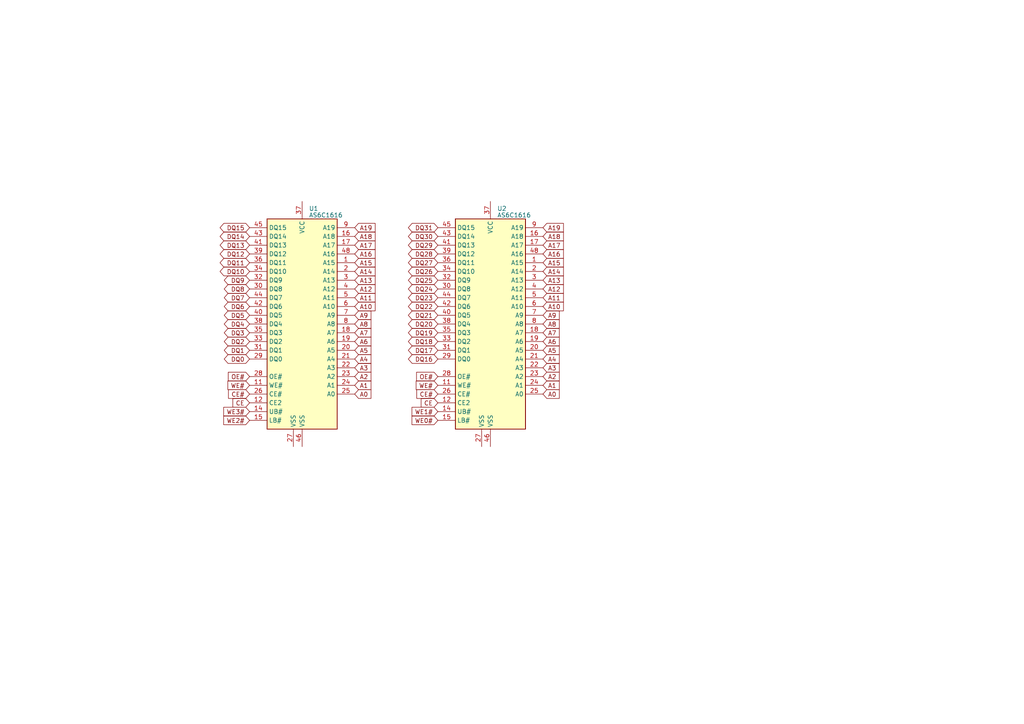
<source format=kicad_sch>
(kicad_sch (version 20230121) (generator eeschema)
  (paper "A4")
  (lib_symbols
    (symbol "Memory_RAM:AS6C1616"
      (property "Reference" "U" (at -8.89 31.75 0))
      (property "Value" "AS6C1616" (at 6.35 -31.75 0))
      (symbol "AS6C1616_0_1"
        (rectangle (start -10.16 30.48) (end 10.16 -30.48) (stroke (width 0.254)) (fill (type background)))
      )
      (symbol "AS6C1616_1_1"
        (pin input line (at 15.24 17.78 180) (length 5.08) (name "A15") (number "1"))
        (pin no_connect line (at 10.16 -22.86 180) (length 0) hide (name "NC") (number "10"))
        (pin input line (at -15.24 -17.78 0) (length 5.08) (name "WE#") (number "11"))
        (pin input line (at -15.24 -22.86 0) (length 5.08) (name "CE2") (number "12"))
        (pin no_connect line (at 10.16 -25.4 180) (length 0) hide (name "NC") (number "13"))
        (pin input line (at -15.24 -25.4 0) (length 5.08) (name "UB#") (number "14"))
        (pin input line (at -15.24 -27.94 0) (length 5.08) (name "LB#") (number "15"))
        (pin input line (at 15.24 25.4 180) (length 5.08) (name "A18") (number "16"))
        (pin input line (at 15.24 22.86 180) (length 5.08) (name "A17") (number "17"))
        (pin input line (at 15.24 -2.54 180) (length 5.08) (name "A7") (number "18"))
        (pin input line (at 15.24 -5.08 180) (length 5.08) (name "A6") (number "19"))
        (pin input line (at 15.24 15.24 180) (length 5.08) (name "A14") (number "2"))
        (pin input line (at 15.24 -7.62 180) (length 5.08) (name "A5") (number "20"))
        (pin input line (at 15.24 -10.16 180) (length 5.08) (name "A4") (number "21"))
        (pin input line (at 15.24 -12.7 180) (length 5.08) (name "A3") (number "22"))
        (pin input line (at 15.24 -15.24 180) (length 5.08) (name "A2") (number "23"))
        (pin input line (at 15.24 -17.78 180) (length 5.08) (name "A1") (number "24"))
        (pin input line (at 15.24 -20.32 180) (length 5.08) (name "A0") (number "25"))
        (pin input line (at -15.24 -20.32 0) (length 5.08) (name "CE#") (number "26"))
        (pin power_in line (at -2.54 -35.56 90) (length 5.08) (name "VSS") (number "27"))
        (pin input line (at -15.24 -15.24 0) (length 5.08) (name "OE#") (number "28"))
        (pin bidirectional line (at -15.24 -10.16 0) (length 5.08) (name "DQ0") (number "29"))
        (pin input line (at 15.24 12.7 180) (length 5.08) (name "A13") (number "3"))
        (pin bidirectional line (at -15.24 10.16 0) (length 5.08) (name "DQ8") (number "30"))
        (pin bidirectional line (at -15.24 -7.62 0) (length 5.08) (name "DQ1") (number "31"))
        (pin bidirectional line (at -15.24 12.7 0) (length 5.08) (name "DQ9") (number "32"))
        (pin bidirectional line (at -15.24 -5.08 0) (length 5.08) (name "DQ2") (number "33"))
        (pin bidirectional line (at -15.24 15.24 0) (length 5.08) (name "DQ10") (number "34"))
        (pin bidirectional line (at -15.24 -2.54 0) (length 5.08) (name "DQ3") (number "35"))
        (pin bidirectional line (at -15.24 17.78 0) (length 5.08) (name "DQ11") (number "36"))
        (pin power_in line (at 0 35.56 270) (length 5.08) (name "VCC") (number "37"))
        (pin bidirectional line (at -15.24 0 0) (length 5.08) (name "DQ4") (number "38"))
        (pin bidirectional line (at -15.24 20.32 0) (length 5.08) (name "DQ12") (number "39"))
        (pin input line (at 15.24 10.16 180) (length 5.08) (name "A12") (number "4"))
        (pin bidirectional line (at -15.24 2.54 0) (length 5.08) (name "DQ5") (number "40"))
        (pin bidirectional line (at -15.24 22.86 0) (length 5.08) (name "DQ13") (number "41"))
        (pin bidirectional line (at -15.24 5.08 0) (length 5.08) (name "DQ6") (number "42"))
        (pin bidirectional line (at -15.24 25.4 0) (length 5.08) (name "DQ14") (number "43"))
        (pin bidirectional line (at -15.24 7.62 0) (length 5.08) (name "DQ7") (number "44"))
        (pin input line (at -15.24 27.94 0) (length 5.08) (name "DQ15") (number "45"))
        (pin power_in line (at 0 -35.56 90) (length 5.08) (name "VSS") (number "46"))
        (pin no_connect line (at 10.16 -27.94 180) (length 0) hide (name "NC") (number "47"))
        (pin input line (at 15.24 20.32 180) (length 5.08) (name "A16") (number "48"))
        (pin input line (at 15.24 7.62 180) (length 5.08) (name "A11") (number "5"))
        (pin input line (at 15.24 5.08 180) (length 5.08) (name "A10") (number "6"))
        (pin input line (at 15.24 2.54 180) (length 5.08) (name "A9") (number "7"))
        (pin input line (at 15.24 0 180) (length 5.08) (name "A8") (number "8"))
        (pin input line (at 15.24 27.94 180) (length 5.08) (name "A19") (number "9"))
      )
    )
  )
  (global_label "A9" (shape input) (at 157.48 91.44 0) (property "Intersheetrefs" "${INTERSHEET_REFS}" (effects hide)))
  (global_label "CE#" (shape input) (at 127 114.3 180) (property "Intersheetrefs" "${INTERSHEET_REFS}" (effects hide)))
  (global_label "DQ29" (shape bidirectional) (at 127 71.12 180) (property "Intersheetrefs" "${INTERSHEET_REFS}" (effects hide)))
  (global_label "A4" (shape input) (at 102.87 104.14 0) (property "Intersheetrefs" "${INTERSHEET_REFS}" (effects hide)))
  (global_label "A8" (shape input) (at 157.48 93.98 0) (property "Intersheetrefs" "${INTERSHEET_REFS}" (effects hide)))
  (global_label "A12" (shape input) (at 157.48 83.82 0) (property "Intersheetrefs" "${INTERSHEET_REFS}" (effects hide)))
  (global_label "A19" (shape input) (at 157.48 66.04 0) (property "Intersheetrefs" "${INTERSHEET_REFS}" (effects hide)))
  (global_label "A7" (shape input) (at 157.48 96.52 0) (property "Intersheetrefs" "${INTERSHEET_REFS}" (effects hide)))
  (global_label "A9" (shape input) (at 102.87 91.44 0) (property "Intersheetrefs" "${INTERSHEET_REFS}" (effects hide)))
  (global_label "DQ0" (shape bidirectional) (at 72.39 104.14 180) (property "Intersheetrefs" "${INTERSHEET_REFS}" (effects hide)))
  (global_label "A2" (shape input) (at 102.87 109.22 0) (property "Intersheetrefs" "${INTERSHEET_REFS}" (effects hide)))
  (global_label "WE1#" (shape input) (at 127 119.38 180) (property "Intersheetrefs" "${INTERSHEET_REFS}" (effects hide)))
  (global_label "A5" (shape input) (at 157.48 101.6 0) (property "Intersheetrefs" "${INTERSHEET_REFS}" (effects hide)))
  (global_label "WE3#" (shape input) (at 72.39 119.38 180) (property "Intersheetrefs" "${INTERSHEET_REFS}" (effects hide)))
  (global_label "A5" (shape input) (at 102.87 101.6 0) (property "Intersheetrefs" "${INTERSHEET_REFS}" (effects hide)))
  (global_label "A12" (shape input) (at 102.87 83.82 0) (property "Intersheetrefs" "${INTERSHEET_REFS}" (effects hide)))
  (global_label "DQ21" (shape bidirectional) (at 127 91.44 180) (property "Intersheetrefs" "${INTERSHEET_REFS}" (effects hide)))
  (global_label "DQ15" (shape bidirectional) (at 72.39 66.04 180) (property "Intersheetrefs" "${INTERSHEET_REFS}" (effects hide)))
  (global_label "WE2#" (shape input) (at 72.39 121.92 180) (property "Intersheetrefs" "${INTERSHEET_REFS}" (effects hide)))
  (global_label "DQ28" (shape bidirectional) (at 127 73.66 180) (property "Intersheetrefs" "${INTERSHEET_REFS}" (effects hide)))
  (global_label "DQ22" (shape bidirectional) (at 127 88.9 180) (property "Intersheetrefs" "${INTERSHEET_REFS}" (effects hide)))
  (global_label "A4" (shape input) (at 157.48 104.14 0) (property "Intersheetrefs" "${INTERSHEET_REFS}" (effects hide)))
  (global_label "A7" (shape input) (at 102.87 96.52 0) (property "Intersheetrefs" "${INTERSHEET_REFS}" (effects hide)))
  (global_label "DQ10" (shape bidirectional) (at 72.39 78.74 180) (property "Intersheetrefs" "${INTERSHEET_REFS}" (effects hide)))
  (global_label "A6" (shape input) (at 102.87 99.06 0) (property "Intersheetrefs" "${INTERSHEET_REFS}" (effects hide)))
  (global_label "A18" (shape input) (at 102.87 68.58 0) (property "Intersheetrefs" "${INTERSHEET_REFS}" (effects hide)))
  (global_label "DQ23" (shape bidirectional) (at 127 86.36 180) (property "Intersheetrefs" "${INTERSHEET_REFS}" (effects hide)))
  (global_label "A3" (shape input) (at 102.87 106.68 0) (property "Intersheetrefs" "${INTERSHEET_REFS}" (effects hide)))
  (global_label "DQ24" (shape bidirectional) (at 127 83.82 180) (property "Intersheetrefs" "${INTERSHEET_REFS}" (effects hide)))
  (global_label "DQ31" (shape bidirectional) (at 127 66.04 180) (property "Intersheetrefs" "${INTERSHEET_REFS}" (effects hide)))
  (global_label "DQ8" (shape bidirectional) (at 72.39 83.82 180) (property "Intersheetrefs" "${INTERSHEET_REFS}" (effects hide)))
  (global_label "A3" (shape input) (at 157.48 106.68 0) (property "Intersheetrefs" "${INTERSHEET_REFS}" (effects hide)))
  (global_label "DQ2" (shape bidirectional) (at 72.39 99.06 180) (property "Intersheetrefs" "${INTERSHEET_REFS}" (effects hide)))
  (global_label "DQ6" (shape bidirectional) (at 72.39 88.9 180) (property "Intersheetrefs" "${INTERSHEET_REFS}" (effects hide)))
  (global_label "A10" (shape input) (at 102.87 88.9 0) (property "Intersheetrefs" "${INTERSHEET_REFS}" (effects hide)))
  (global_label "A18" (shape input) (at 157.48 68.58 0) (property "Intersheetrefs" "${INTERSHEET_REFS}" (effects hide)))
  (global_label "A0" (shape input) (at 102.87 114.3 0) (property "Intersheetrefs" "${INTERSHEET_REFS}" (effects hide)))
  (global_label "A11" (shape input) (at 102.87 86.36 0) (property "Intersheetrefs" "${INTERSHEET_REFS}" (effects hide)))
  (global_label "DQ19" (shape bidirectional) (at 127 96.52 180) (property "Intersheetrefs" "${INTERSHEET_REFS}" (effects hide)))
  (global_label "DQ30" (shape bidirectional) (at 127 68.58 180) (property "Intersheetrefs" "${INTERSHEET_REFS}" (effects hide)))
  (global_label "A14" (shape input) (at 102.87 78.74 0) (property "Intersheetrefs" "${INTERSHEET_REFS}" (effects hide)))
  (global_label "CE" (shape input) (at 127 116.84 180) (property "Intersheetrefs" "${INTERSHEET_REFS}" (effects hide)))
  (global_label "DQ14" (shape bidirectional) (at 72.39 68.58 180) (property "Intersheetrefs" "${INTERSHEET_REFS}" (effects hide)))
  (global_label "A0" (shape input) (at 157.48 114.3 0) (property "Intersheetrefs" "${INTERSHEET_REFS}" (effects hide)))
  (global_label "A14" (shape input) (at 157.48 78.74 0) (property "Intersheetrefs" "${INTERSHEET_REFS}" (effects hide)))
  (global_label "A15" (shape input) (at 102.87 76.2 0) (property "Intersheetrefs" "${INTERSHEET_REFS}" (effects hide)))
  (global_label "A19" (shape input) (at 102.87 66.04 0) (property "Intersheetrefs" "${INTERSHEET_REFS}" (effects hide)))
  (global_label "DQ16" (shape bidirectional) (at 127 104.14 180) (property "Intersheetrefs" "${INTERSHEET_REFS}" (effects hide)))
  (global_label "WE0#" (shape input) (at 127 121.92 180) (property "Intersheetrefs" "${INTERSHEET_REFS}" (effects hide)))
  (global_label "CE#" (shape input) (at 72.39 114.3 180) (property "Intersheetrefs" "${INTERSHEET_REFS}" (effects hide)))
  (global_label "A8" (shape input) (at 102.87 93.98 0) (property "Intersheetrefs" "${INTERSHEET_REFS}" (effects hide)))
  (global_label "WE#" (shape input) (at 127 111.76 180) (property "Intersheetrefs" "${INTERSHEET_REFS}" (effects hide)))
  (global_label "DQ25" (shape bidirectional) (at 127 81.28 180) (property "Intersheetrefs" "${INTERSHEET_REFS}" (effects hide)))
  (global_label "A16" (shape input) (at 102.87 73.66 0) (property "Intersheetrefs" "${INTERSHEET_REFS}" (effects hide)))
  (global_label "DQ5" (shape bidirectional) (at 72.39 91.44 180) (property "Intersheetrefs" "${INTERSHEET_REFS}" (effects hide)))
  (global_label "A17" (shape input) (at 157.48 71.12 0) (property "Intersheetrefs" "${INTERSHEET_REFS}" (effects hide)))
  (global_label "DQ18" (shape bidirectional) (at 127 99.06 180) (property "Intersheetrefs" "${INTERSHEET_REFS}" (effects hide)))
  (global_label "DQ13" (shape bidirectional) (at 72.39 71.12 180) (property "Intersheetrefs" "${INTERSHEET_REFS}" (effects hide)))
  (global_label "DQ12" (shape bidirectional) (at 72.39 73.66 180) (property "Intersheetrefs" "${INTERSHEET_REFS}" (effects hide)))
  (global_label "DQ7" (shape bidirectional) (at 72.39 86.36 180) (property "Intersheetrefs" "${INTERSHEET_REFS}" (effects hide)))
  (global_label "A13" (shape input) (at 157.48 81.28 0) (property "Intersheetrefs" "${INTERSHEET_REFS}" (effects hide)))
  (global_label "A15" (shape input) (at 157.48 76.2 0) (property "Intersheetrefs" "${INTERSHEET_REFS}" (effects hide)))
  (global_label "A11" (shape input) (at 157.48 86.36 0) (property "Intersheetrefs" "${INTERSHEET_REFS}" (effects hide)))
  (global_label "A16" (shape input) (at 157.48 73.66 0) (property "Intersheetrefs" "${INTERSHEET_REFS}" (effects hide)))
  (global_label "CE" (shape input) (at 72.39 116.84 180) (property "Intersheetrefs" "${INTERSHEET_REFS}" (effects hide)))
  (global_label "A1" (shape input) (at 157.48 111.76 0) (property "Intersheetrefs" "${INTERSHEET_REFS}" (effects hide)))
  (global_label "OE#" (shape input) (at 127 109.22 180) (property "Intersheetrefs" "${INTERSHEET_REFS}" (effects hide)))
  (global_label "A1" (shape input) (at 102.87 111.76 0) (property "Intersheetrefs" "${INTERSHEET_REFS}" (effects hide)))
  (global_label "WE#" (shape input) (at 72.39 111.76 180) (property "Intersheetrefs" "${INTERSHEET_REFS}" (effects hide)))
  (global_label "DQ4" (shape bidirectional) (at 72.39 93.98 180) (property "Intersheetrefs" "${INTERSHEET_REFS}" (effects hide)))
  (global_label "DQ1" (shape bidirectional) (at 72.39 101.6 180) (property "Intersheetrefs" "${INTERSHEET_REFS}" (effects hide)))
  (global_label "DQ11" (shape bidirectional) (at 72.39 76.2 180) (property "Intersheetrefs" "${INTERSHEET_REFS}" (effects hide)))
  (global_label "DQ20" (shape bidirectional) (at 127 93.98 180) (property "Intersheetrefs" "${INTERSHEET_REFS}" (effects hide)))
  (global_label "DQ17" (shape bidirectional) (at 127 101.6 180) (property "Intersheetrefs" "${INTERSHEET_REFS}" (effects hide)))
  (global_label "A2" (shape input) (at 157.48 109.22 0) (property "Intersheetrefs" "${INTERSHEET_REFS}" (effects hide)))
  (global_label "A13" (shape input) (at 102.87 81.28 0) (property "Intersheetrefs" "${INTERSHEET_REFS}" (effects hide)))
  (global_label "OE#" (shape input) (at 72.39 109.22 180) (property "Intersheetrefs" "${INTERSHEET_REFS}" (effects hide)))
  (global_label "DQ26" (shape bidirectional) (at 127 78.74 180) (property "Intersheetrefs" "${INTERSHEET_REFS}" (effects hide)))
  (global_label "A17" (shape input) (at 102.87 71.12 0) (property "Intersheetrefs" "${INTERSHEET_REFS}" (effects hide)))
  (global_label "DQ27" (shape bidirectional) (at 127 76.2 180) (property "Intersheetrefs" "${INTERSHEET_REFS}" (effects hide)))
  (global_label "DQ9" (shape bidirectional) (at 72.39 81.28 180) (property "Intersheetrefs" "${INTERSHEET_REFS}" (effects hide)))
  (global_label "DQ3" (shape bidirectional) (at 72.39 96.52 180) (property "Intersheetrefs" "${INTERSHEET_REFS}" (effects hide)))
  (global_label "A6" (shape input) (at 157.48 99.06 0) (property "Intersheetrefs" "${INTERSHEET_REFS}" (effects hide)))
  (global_label "A10" (shape input) (at 157.48 88.9 0) (property "Intersheetrefs" "${INTERSHEET_REFS}" (effects hide)))
  (symbol (lib_id "Memory_RAM:AS6C1616") (at 142.24 93.98 0) (unit 1)
    (property "Reference" "U2" (at 144.1959 60.4901 0) (effects (justify left)))
    (property "Value" "AS6C1616" (at 144.1959 62.4111 0) (effects (justify left)))
    (property "Footprint" "Package_SO:TSOP-I-48_18.4x12mm_P0.5mm" (effects hide))
    (property "Datasheet" "https://www.alliancememory.com/wp-content/uploads/pdf/AS6C1616-TSOPI.pdf" (effects hide))
  )
  (symbol (lib_id "Memory_RAM:AS6C1616") (at 87.63 93.98 0) (unit 1)
    (property "Reference" "U1" (at 89.5859 60.4901 0) (effects (justify left)))
    (property "Value" "AS6C1616" (at 89.5859 62.4111 0) (effects (justify left)))
    (property "Footprint" "Package_SO:TSOP-I-48_18.4x12mm_P0.5mm" (effects hide))
    (property "Datasheet" "https://www.alliancememory.com/wp-content/uploads/pdf/AS6C1616-TSOPI.pdf" (effects hide))
  )
)
</source>
